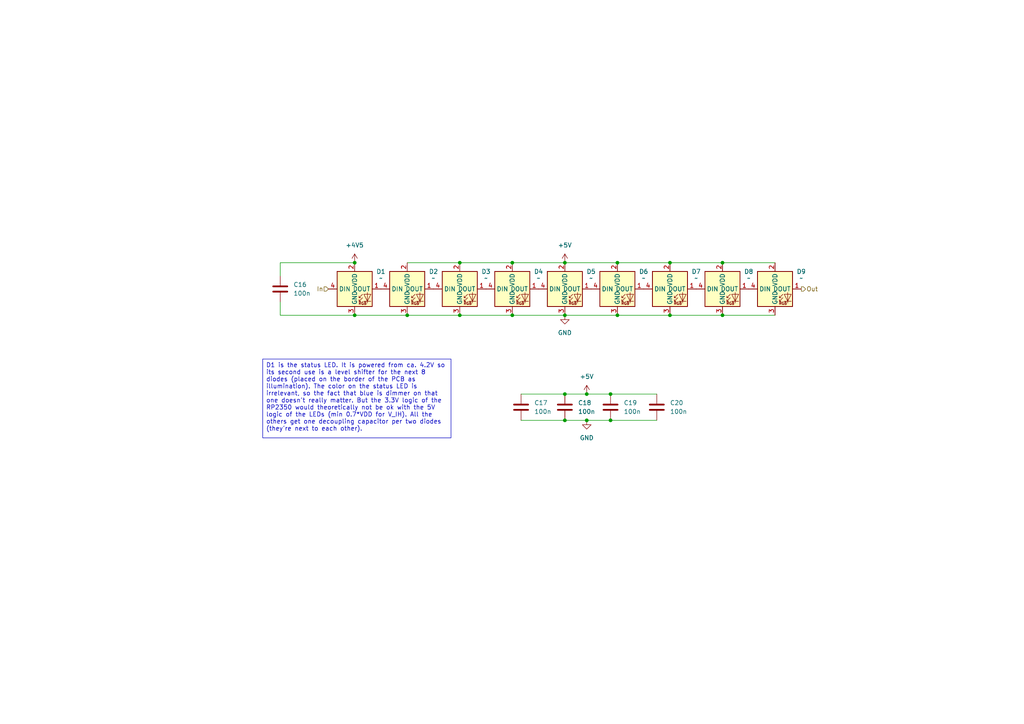
<source format=kicad_sch>
(kicad_sch (version 20231120) (generator "eeschema") (generator_version "8.0")
  (paper "A4")
  (title_block (title "Kolibri FC - Status + Illumination LEDs"))
  (lib_symbols
    (symbol "Device:C" (pin_numbers hide) (pin_names (offset 0.254))
      (property "Reference" "C" (at 0.635 2.54 0))
      (property "Value" "C" (at 0.635 -2.54 0))
      (symbol "C_0_1"
        (polyline (pts (xy -2.032 -0.762) (xy 2.032 -0.762)) (stroke (width 0.508)))
        (polyline (pts (xy -2.032 0.762) (xy 2.032 0.762)) (stroke (width 0.508)))
      )
      (symbol "C_1_1"
        (pin passive line (at 0 3.81 270) (length 2.794) (name "~") (number "1"))
        (pin passive line (at 0 -3.81 90) (length 2.794) (name "~") (number "2"))
      )
    )
    (symbol "Kolibri custom:WS2182B_1615"
      (property "Reference" "D" (at 2.286 6.858 0))
      (symbol "WS2182B_1615_0_0"
        (text "RGB" (at 2.286 -4.191 0) (effects (font (size 0.762 0.762))))
      )
      (symbol "WS2182B_1615_0_1"
        (polyline (pts (xy 1.27 -3.556) (xy 1.778 -3.556)))
        (polyline (pts (xy 1.27 -2.54) (xy 1.778 -2.54)))
        (polyline (pts (xy 4.699 -3.556) (xy 2.667 -3.556)))
        (polyline (pts (xy 2.286 -2.54) (xy 1.27 -3.556) (xy 1.27 -3.048)))
        (polyline (pts (xy 2.286 -1.524) (xy 1.27 -2.54) (xy 1.27 -2.032)))
        (polyline (pts (xy 3.683 -1.016) (xy 3.683 -3.556) (xy 3.683 -4.064)))
        (polyline (pts (xy 4.699 -1.524) (xy 2.667 -1.524) (xy 3.683 -3.556) (xy 4.699 -1.524)))
        (rectangle (start 5.08 5.08) (end -5.08 -5.08) (stroke (width 0.254)) (fill (type background)))
      )
      (symbol "WS2182B_1615_1_1"
        (pin output line (at 7.62 0 180) (length 2.54) (name "DOUT") (number "1"))
        (pin power_in line (at 0 7.62 270) (length 2.54) (name "VDD") (number "2"))
        (pin power_in line (at 0 -7.62 90) (length 2.54) (name "GND") (number "3"))
        (pin input line (at -7.62 0 0) (length 2.54) (name "DIN") (number "4"))
      )
    )
    (symbol "power:+4V" (power) (pin_numbers hide) (pin_names (offset 0) hide)
      (property "Value" "+4V" (at 0 3.556 0))
      (symbol "+4V_0_1"
        (polyline (pts (xy -0.762 1.27) (xy 0 2.54)))
        (polyline (pts (xy 0 0) (xy 0 2.54)))
        (polyline (pts (xy 0 2.54) (xy 0.762 1.27)))
      )
      (symbol "+4V_1_1"
        (pin power_in line (at 0 0 90) (length 0) (name "~") (number "1"))
      )
    )
    (symbol "power:+5V" (power) (pin_numbers hide) (pin_names (offset 0) hide)
      (property "Value" "+5V" (at 0 3.556 0))
      (symbol "+5V_0_1"
        (polyline (pts (xy -0.762 1.27) (xy 0 2.54)))
        (polyline (pts (xy 0 0) (xy 0 2.54)))
        (polyline (pts (xy 0 2.54) (xy 0.762 1.27)))
      )
      (symbol "+5V_1_1"
        (pin power_in line (at 0 0 90) (length 0) (name "~") (number "1"))
      )
    )
    (symbol "power:GND" (power) (pin_numbers hide) (pin_names (offset 0) hide)
      (property "Value" "GND" (at 0 -3.81 0))
      (symbol "GND_0_1"
        (polyline (pts (xy 0 0) (xy 0 -1.27) (xy 1.27 -1.27) (xy 0 -2.54) (xy -1.27 -1.27) (xy 0 -1.27)))
      )
      (symbol "GND_1_1"
        (pin power_in line (at 0 0 270) (length 0) (name "~") (number "1"))
      )
    )
  )
  (junction (at 118.11 91.44))
  (junction (at 133.35 76.2))
  (junction (at 163.83 91.44))
  (junction (at 209.55 76.2))
  (junction (at 163.83 114.3))
  (junction (at 133.35 91.44))
  (junction (at 194.31 76.2))
  (junction (at 148.59 76.2))
  (junction (at 194.31 91.44))
  (junction (at 163.83 76.2))
  (junction (at 163.83 121.92))
  (junction (at 179.07 76.2))
  (junction (at 177.0781 121.92))
  (junction (at 170.18 121.92))
  (junction (at 102.87 91.44))
  (junction (at 209.55 91.44))
  (junction (at 102.87 76.2))
  (junction (at 148.59 91.44))
  (junction (at 179.07 91.44))
  (junction (at 177.0781 114.3))
  (junction (at 170.18 114.3))
  (wire (pts (xy 163.83 121.92) (xy 170.18 121.92)))
  (wire (pts (xy 133.35 76.2) (xy 148.59 76.2)))
  (wire (pts (xy 133.35 91.44) (xy 148.59 91.44)))
  (wire (pts (xy 170.18 121.92) (xy 177.0781 121.92)))
  (wire (pts (xy 148.59 91.44) (xy 163.83 91.44)))
  (wire (pts (xy 177.0781 114.3) (xy 190.5 114.3)))
  (wire (pts (xy 209.55 91.44) (xy 224.79 91.44)))
  (wire (pts (xy 163.83 121.92) (xy 151.13 121.92)))
  (wire (pts (xy 163.83 76.2) (xy 179.07 76.2)))
  (wire (pts (xy 118.11 91.44) (xy 133.35 91.44)))
  (wire (pts (xy 163.83 114.3) (xy 170.18 114.3)))
  (wire (pts (xy 194.31 76.2) (xy 209.55 76.2)))
  (wire (pts (xy 151.13 114.3) (xy 163.83 114.3)))
  (wire (pts (xy 81.28 76.2) (xy 102.87 76.2)))
  (wire (pts (xy 177.0781 121.92) (xy 190.5 121.92)))
  (wire (pts (xy 194.31 91.44) (xy 209.55 91.44)))
  (wire (pts (xy 170.18 114.3) (xy 177.0781 114.3)))
  (wire (pts (xy 148.59 76.2) (xy 163.83 76.2)))
  (wire (pts (xy 81.28 91.44) (xy 102.87 91.44)))
  (wire (pts (xy 179.07 91.44) (xy 194.31 91.44)))
  (wire (pts (xy 118.11 76.2) (xy 133.35 76.2)))
  (wire (pts (xy 179.07 76.2) (xy 194.31 76.2)))
  (wire (pts (xy 209.55 76.2) (xy 224.79 76.2)))
  (wire (pts (xy 81.28 80.01) (xy 81.28 76.2)))
  (wire (pts (xy 102.87 91.44) (xy 118.11 91.44)))
  (wire (pts (xy 81.28 87.63) (xy 81.28 91.44)))
  (wire (pts (xy 163.83 91.44) (xy 179.07 91.44)))
  (text_box "D1 is the status LED. It is powered from ca. 4.2V so its second use is a level shifter for the next 8 diodes (placed on the border of the PCB as illumination). The color on the status LED is irrelevant, so the fact that blue is dimmer on that one doesn't really matter. But the 3.3V logic of the RP2350 would theoretically not be ok with the 5V logic of the LEDs (min 0.7*VDD for V_IH). All the others get one decoupling capacitor per two diodes (they're next to each other)." (at 76.2 104.14 0) (size 54.61 22.86) (effects (font (size 1.27 1.27)) (justify left top)))
  (hierarchical_label "In" (shape input) (at 95.25 83.82 180))
  (hierarchical_label "Out" (shape output) (at 232.41 83.82 0))
  (symbol (lib_id "Kolibri custom:WS2182B_1615") (at 194.31 83.82 0) (unit 1)
    (property "Reference" "D7" (at 201.93 78.7714 0))
    (property "Value" "~" (at 201.93 80.6765 0))
    (property "Footprint" "Kolibri custom:WS2812B_1615" (effects (hide yes)))
    (property "Datasheet" "https://www.lcsc.com/datasheet/lcsc_datasheet_2410121315_XINGLIGHT-XL-1615RGBC-WS2812B_C5349954.pdf" (effects (hide yes)))
    (property "Description" "WS2812B RGB LED 1.6x1.5mm" (effects (hide yes)))
  )
  (symbol (lib_id "Device:C") (at 151.13 118.11 0) (unit 1)
    (property "Reference" "C17" (at 154.94 116.8399 0) (effects (justify left)))
    (property "Value" "100n" (at 154.94 119.3799 0) (effects (justify left)))
    (property "Footprint" "Capacitor_SMD:C_0402_1005Metric" (effects (hide yes)))
    (property "Description" "Unpolarized capacitor" (effects (hide yes)))
  )
  (symbol (lib_id "power:GND") (at 170.18 121.92 0) (unit 1)
    (property "Reference" "#PWR017" (effects (hide yes)))
    (property "Value" "GND" (at 170.18 127 0))
    (property "Description" "Power symbol creates a global label with name \"GND\" , ground" (effects (hide yes)))
  )
  (symbol (lib_id "Kolibri custom:WS2182B_1615") (at 209.55 83.82 0) (unit 1)
    (property "Reference" "D8" (at 217.17 78.7714 0))
    (property "Value" "~" (at 217.17 80.6765 0))
    (property "Footprint" "Kolibri custom:WS2812B_1615" (effects (hide yes)))
    (property "Datasheet" "https://www.lcsc.com/datasheet/lcsc_datasheet_2410121315_XINGLIGHT-XL-1615RGBC-WS2812B_C5349954.pdf" (effects (hide yes)))
    (property "Description" "WS2812B RGB LED 1.6x1.5mm" (effects (hide yes)))
  )
  (symbol (lib_id "Kolibri custom:WS2182B_1615") (at 148.59 83.82 0) (unit 1)
    (property "Reference" "D4" (at 156.21 78.7714 0))
    (property "Value" "~" (at 156.21 80.6765 0))
    (property "Footprint" "Kolibri custom:WS2812B_1615" (effects (hide yes)))
    (property "Datasheet" "https://www.lcsc.com/datasheet/lcsc_datasheet_2410121315_XINGLIGHT-XL-1615RGBC-WS2812B_C5349954.pdf" (effects (hide yes)))
    (property "Description" "WS2812B RGB LED 1.6x1.5mm" (effects (hide yes)))
  )
  (symbol (lib_id "Kolibri custom:WS2182B_1615") (at 133.35 83.82 0) (unit 1)
    (property "Reference" "D3" (at 140.97 78.7714 0))
    (property "Value" "~" (at 140.97 80.6765 0))
    (property "Footprint" "Kolibri custom:WS2812B_1615" (effects (hide yes)))
    (property "Datasheet" "https://www.lcsc.com/datasheet/lcsc_datasheet_2410121315_XINGLIGHT-XL-1615RGBC-WS2812B_C5349954.pdf" (effects (hide yes)))
    (property "Description" "WS2812B RGB LED 1.6x1.5mm" (effects (hide yes)))
  )
  (symbol (lib_id "Device:C") (at 177.0781 118.11 0) (unit 1)
    (property "Reference" "C19" (at 180.8881 116.8399 0) (effects (justify left)))
    (property "Value" "100n" (at 180.8881 119.3799 0) (effects (justify left)))
    (property "Footprint" "Capacitor_SMD:C_0402_1005Metric" (effects (hide yes)))
    (property "Description" "Unpolarized capacitor" (effects (hide yes)))
  )
  (symbol (lib_id "Device:C") (at 190.5 118.11 0) (unit 1)
    (property "Reference" "C20" (at 194.31 116.8399 0) (effects (justify left)))
    (property "Value" "100n" (at 194.31 119.3799 0) (effects (justify left)))
    (property "Footprint" "Capacitor_SMD:C_0402_1005Metric" (effects (hide yes)))
    (property "Description" "Unpolarized capacitor" (effects (hide yes)))
  )
  (symbol (lib_id "power:+4V") (at 102.87 76.2 0) (unit 1)
    (property "Reference" "#PWR048" (effects (hide yes)))
    (property "Value" "+4V5" (at 102.87 71.12 0))
    (property "Description" "Power symbol creates a global label with name \"+4V\"" (effects (hide yes)))
  )
  (symbol (lib_id "Kolibri custom:WS2182B_1615") (at 102.87 83.82 0) (unit 1)
    (property "Reference" "D1" (at 110.49 78.7714 0))
    (property "Value" "~" (at 110.49 80.6765 0))
    (property "Footprint" "Kolibri custom:WS2812B_1615" (effects (hide yes)))
    (property "Datasheet" "https://www.lcsc.com/datasheet/lcsc_datasheet_2410121315_XINGLIGHT-XL-1615RGBC-WS2812B_C5349954.pdf" (effects (hide yes)))
    (property "Description" "WS2812B RGB LED 1.6x1.5mm" (effects (hide yes)))
  )
  (symbol (lib_id "power:+5V") (at 170.18 114.3 0) (unit 1)
    (property "Reference" "#PWR015" (effects (hide yes)))
    (property "Value" "+5V" (at 170.18 109.22 0))
    (property "Description" "Power symbol creates a global label with name \"+5V\"" (effects (hide yes)))
  )
  (symbol (lib_id "Device:C") (at 163.83 118.11 0) (unit 1)
    (property "Reference" "C18" (at 167.64 116.8399 0) (effects (justify left)))
    (property "Value" "100n" (at 167.64 119.3799 0) (effects (justify left)))
    (property "Footprint" "Capacitor_SMD:C_0402_1005Metric" (effects (hide yes)))
    (property "Description" "Unpolarized capacitor" (effects (hide yes)))
  )
  (symbol (lib_id "power:GND") (at 163.83 91.44 0) (unit 1)
    (property "Reference" "#PWR013" (effects (hide yes)))
    (property "Value" "GND" (at 163.83 96.52 0))
    (property "Description" "Power symbol creates a global label with name \"GND\" , ground" (effects (hide yes)))
  )
  (symbol (lib_id "Kolibri custom:WS2182B_1615") (at 118.11 83.82 0) (unit 1)
    (property "Reference" "D2" (at 125.73 78.7714 0))
    (property "Value" "~" (at 125.73 80.6765 0))
    (property "Footprint" "Kolibri custom:WS2812B_1615" (effects (hide yes)))
    (property "Datasheet" "https://www.lcsc.com/datasheet/lcsc_datasheet_2410121315_XINGLIGHT-XL-1615RGBC-WS2812B_C5349954.pdf" (effects (hide yes)))
    (property "Description" "WS2812B RGB LED 1.6x1.5mm" (effects (hide yes)))
  )
  (symbol (lib_id "Kolibri custom:WS2182B_1615") (at 179.07 83.82 0) (unit 1)
    (property "Reference" "D6" (at 186.69 78.7714 0))
    (property "Value" "~" (at 186.69 80.6765 0))
    (property "Footprint" "Kolibri custom:WS2812B_1615" (effects (hide yes)))
    (property "Datasheet" "https://www.lcsc.com/datasheet/lcsc_datasheet_2410121315_XINGLIGHT-XL-1615RGBC-WS2812B_C5349954.pdf" (effects (hide yes)))
    (property "Description" "WS2812B RGB LED 1.6x1.5mm" (effects (hide yes)))
  )
  (symbol (lib_id "power:+5V") (at 163.83 76.2 0) (unit 1)
    (property "Reference" "#PWR014" (effects (hide yes)))
    (property "Value" "+5V" (at 163.83 71.12 0))
    (property "Description" "Power symbol creates a global label with name \"+5V\"" (effects (hide yes)))
  )
  (symbol (lib_id "Kolibri custom:WS2182B_1615") (at 224.79 83.82 0) (unit 1)
    (property "Reference" "D9" (at 232.41 78.7714 0))
    (property "Value" "~" (at 232.41 80.6765 0))
    (property "Footprint" "Kolibri custom:WS2812B_1615" (effects (hide yes)))
    (property "Datasheet" "https://www.lcsc.com/datasheet/lcsc_datasheet_2410121315_XINGLIGHT-XL-1615RGBC-WS2812B_C5349954.pdf" (effects (hide yes)))
    (property "Description" "WS2812B RGB LED 1.6x1.5mm" (effects (hide yes)))
  )
  (symbol (lib_id "Device:C") (at 81.28 83.82 0) (unit 1)
    (property "Reference" "C16" (at 85.09 82.5499 0) (effects (justify left)))
    (property "Value" "100n" (at 85.09 85.0899 0) (effects (justify left)))
    (property "Footprint" "Capacitor_SMD:C_0402_1005Metric" (effects (hide yes)))
    (property "Description" "Unpolarized capacitor" (effects (hide yes)))
  )
  (symbol (lib_id "Kolibri custom:WS2182B_1615") (at 163.83 83.82 0) (unit 1)
    (property "Reference" "D5" (at 171.45 78.7714 0))
    (property "Value" "~" (at 171.45 80.6765 0))
    (property "Footprint" "Kolibri custom:WS2812B_1615" (effects (hide yes)))
    (property "Datasheet" "https://www.lcsc.com/datasheet/lcsc_datasheet_2410121315_XINGLIGHT-XL-1615RGBC-WS2812B_C5349954.pdf" (effects (hide yes)))
    (property "Description" "WS2812B RGB LED 1.6x1.5mm" (effects (hide yes)))
  )
)
</source>
